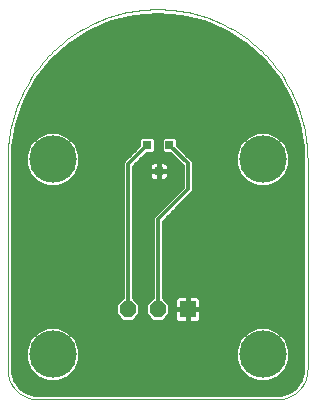
<source format=gtl>
G75*
%MOIN*%
%OFA0B0*%
%FSLAX25Y25*%
%IPPOS*%
%LPD*%
%AMOC8*
5,1,8,0,0,1.08239X$1,22.5*
%
%ADD10R,0.02992X0.02992*%
%ADD11OC8,0.05600*%
%ADD12R,0.05600X0.05600*%
%ADD13C,0.00000*%
%ADD14C,0.15811*%
%ADD15C,0.01600*%
%ADD16C,0.01200*%
D10*
X0057194Y0100069D03*
X0060737Y0108730D03*
X0053257Y0108730D03*
D11*
X0056800Y0054006D03*
X0046800Y0054006D03*
D12*
X0066800Y0054006D03*
D13*
X0096800Y0024006D02*
X0016800Y0024006D01*
X0016558Y0024009D01*
X0016317Y0024018D01*
X0016076Y0024032D01*
X0015835Y0024053D01*
X0015595Y0024079D01*
X0015355Y0024111D01*
X0015116Y0024149D01*
X0014879Y0024192D01*
X0014642Y0024242D01*
X0014407Y0024297D01*
X0014173Y0024357D01*
X0013941Y0024424D01*
X0013710Y0024495D01*
X0013481Y0024573D01*
X0013254Y0024656D01*
X0013029Y0024744D01*
X0012806Y0024838D01*
X0012586Y0024937D01*
X0012368Y0025042D01*
X0012153Y0025151D01*
X0011940Y0025266D01*
X0011730Y0025386D01*
X0011524Y0025511D01*
X0011320Y0025641D01*
X0011119Y0025776D01*
X0010922Y0025916D01*
X0010728Y0026060D01*
X0010538Y0026209D01*
X0010352Y0026363D01*
X0010169Y0026521D01*
X0009990Y0026683D01*
X0009815Y0026850D01*
X0009644Y0027021D01*
X0009477Y0027196D01*
X0009315Y0027375D01*
X0009157Y0027558D01*
X0009003Y0027744D01*
X0008854Y0027934D01*
X0008710Y0028128D01*
X0008570Y0028325D01*
X0008435Y0028526D01*
X0008305Y0028730D01*
X0008180Y0028936D01*
X0008060Y0029146D01*
X0007945Y0029359D01*
X0007836Y0029574D01*
X0007731Y0029792D01*
X0007632Y0030012D01*
X0007538Y0030235D01*
X0007450Y0030460D01*
X0007367Y0030687D01*
X0007289Y0030916D01*
X0007218Y0031147D01*
X0007151Y0031379D01*
X0007091Y0031613D01*
X0007036Y0031848D01*
X0006986Y0032085D01*
X0006943Y0032322D01*
X0006905Y0032561D01*
X0006873Y0032801D01*
X0006847Y0033041D01*
X0006826Y0033282D01*
X0006812Y0033523D01*
X0006803Y0033764D01*
X0006800Y0034006D01*
X0006800Y0104006D01*
X0006815Y0105224D01*
X0006859Y0106440D01*
X0006933Y0107656D01*
X0007037Y0108869D01*
X0007170Y0110079D01*
X0007333Y0111286D01*
X0007525Y0112488D01*
X0007746Y0113686D01*
X0007996Y0114878D01*
X0008275Y0116063D01*
X0008583Y0117241D01*
X0008920Y0118411D01*
X0009285Y0119573D01*
X0009678Y0120725D01*
X0010099Y0121868D01*
X0010548Y0122999D01*
X0011024Y0124120D01*
X0011528Y0125229D01*
X0012058Y0126325D01*
X0012615Y0127408D01*
X0013198Y0128477D01*
X0013806Y0129531D01*
X0014441Y0130571D01*
X0015100Y0131594D01*
X0015784Y0132602D01*
X0016493Y0133592D01*
X0017225Y0134565D01*
X0017981Y0135519D01*
X0018760Y0136455D01*
X0019561Y0137372D01*
X0020385Y0138269D01*
X0021230Y0139145D01*
X0022096Y0140001D01*
X0022983Y0140836D01*
X0023890Y0141648D01*
X0024816Y0142438D01*
X0025762Y0143206D01*
X0026725Y0143950D01*
X0027707Y0144670D01*
X0028706Y0145367D01*
X0029721Y0146039D01*
X0030753Y0146686D01*
X0031800Y0147307D01*
X0032862Y0147903D01*
X0033938Y0148473D01*
X0035027Y0149017D01*
X0036130Y0149533D01*
X0037245Y0150023D01*
X0038371Y0150486D01*
X0039508Y0150921D01*
X0040656Y0151328D01*
X0041813Y0151707D01*
X0042979Y0152058D01*
X0044153Y0152380D01*
X0045335Y0152674D01*
X0046524Y0152939D01*
X0047718Y0153174D01*
X0048918Y0153381D01*
X0050123Y0153558D01*
X0051331Y0153706D01*
X0052543Y0153824D01*
X0053758Y0153913D01*
X0054974Y0153973D01*
X0056191Y0154002D01*
X0057409Y0154002D01*
X0058626Y0153973D01*
X0059842Y0153913D01*
X0061057Y0153824D01*
X0062269Y0153706D01*
X0063477Y0153558D01*
X0064682Y0153381D01*
X0065882Y0153174D01*
X0067076Y0152939D01*
X0068265Y0152674D01*
X0069447Y0152380D01*
X0070621Y0152058D01*
X0071787Y0151707D01*
X0072944Y0151328D01*
X0074092Y0150921D01*
X0075229Y0150486D01*
X0076355Y0150023D01*
X0077470Y0149533D01*
X0078573Y0149017D01*
X0079662Y0148473D01*
X0080738Y0147903D01*
X0081800Y0147307D01*
X0082847Y0146686D01*
X0083879Y0146039D01*
X0084894Y0145367D01*
X0085893Y0144670D01*
X0086875Y0143950D01*
X0087838Y0143206D01*
X0088784Y0142438D01*
X0089710Y0141648D01*
X0090617Y0140836D01*
X0091504Y0140001D01*
X0092370Y0139145D01*
X0093215Y0138269D01*
X0094039Y0137372D01*
X0094840Y0136455D01*
X0095619Y0135519D01*
X0096375Y0134565D01*
X0097107Y0133592D01*
X0097816Y0132602D01*
X0098500Y0131594D01*
X0099159Y0130571D01*
X0099794Y0129531D01*
X0100402Y0128477D01*
X0100985Y0127408D01*
X0101542Y0126325D01*
X0102072Y0125229D01*
X0102576Y0124120D01*
X0103052Y0122999D01*
X0103501Y0121868D01*
X0103922Y0120725D01*
X0104315Y0119573D01*
X0104680Y0118411D01*
X0105017Y0117241D01*
X0105325Y0116063D01*
X0105604Y0114878D01*
X0105854Y0113686D01*
X0106075Y0112488D01*
X0106267Y0111286D01*
X0106430Y0110079D01*
X0106563Y0108869D01*
X0106667Y0107656D01*
X0106741Y0106440D01*
X0106785Y0105224D01*
X0106800Y0104006D01*
X0106800Y0034006D01*
X0106797Y0033764D01*
X0106788Y0033523D01*
X0106774Y0033282D01*
X0106753Y0033041D01*
X0106727Y0032801D01*
X0106695Y0032561D01*
X0106657Y0032322D01*
X0106614Y0032085D01*
X0106564Y0031848D01*
X0106509Y0031613D01*
X0106449Y0031379D01*
X0106382Y0031147D01*
X0106311Y0030916D01*
X0106233Y0030687D01*
X0106150Y0030460D01*
X0106062Y0030235D01*
X0105968Y0030012D01*
X0105869Y0029792D01*
X0105764Y0029574D01*
X0105655Y0029359D01*
X0105540Y0029146D01*
X0105420Y0028936D01*
X0105295Y0028730D01*
X0105165Y0028526D01*
X0105030Y0028325D01*
X0104890Y0028128D01*
X0104746Y0027934D01*
X0104597Y0027744D01*
X0104443Y0027558D01*
X0104285Y0027375D01*
X0104123Y0027196D01*
X0103956Y0027021D01*
X0103785Y0026850D01*
X0103610Y0026683D01*
X0103431Y0026521D01*
X0103248Y0026363D01*
X0103062Y0026209D01*
X0102872Y0026060D01*
X0102678Y0025916D01*
X0102481Y0025776D01*
X0102280Y0025641D01*
X0102076Y0025511D01*
X0101870Y0025386D01*
X0101660Y0025266D01*
X0101447Y0025151D01*
X0101232Y0025042D01*
X0101014Y0024937D01*
X0100794Y0024838D01*
X0100571Y0024744D01*
X0100346Y0024656D01*
X0100119Y0024573D01*
X0099890Y0024495D01*
X0099659Y0024424D01*
X0099427Y0024357D01*
X0099193Y0024297D01*
X0098958Y0024242D01*
X0098721Y0024192D01*
X0098484Y0024149D01*
X0098245Y0024111D01*
X0098005Y0024079D01*
X0097765Y0024053D01*
X0097524Y0024032D01*
X0097283Y0024018D01*
X0097042Y0024009D01*
X0096800Y0024006D01*
D14*
X0091800Y0039006D03*
X0091800Y0104006D03*
X0021800Y0104006D03*
X0021800Y0039006D03*
D15*
X0027953Y0031998D02*
X0085647Y0031998D01*
X0086529Y0031117D02*
X0089949Y0029700D01*
X0093651Y0029700D01*
X0097071Y0031117D01*
X0099689Y0033735D01*
X0101105Y0037155D01*
X0101105Y0040857D01*
X0099689Y0044277D01*
X0097071Y0046895D01*
X0093651Y0048311D01*
X0089949Y0048311D01*
X0086529Y0046895D01*
X0083911Y0044277D01*
X0082494Y0040857D01*
X0082494Y0037155D01*
X0083911Y0033735D01*
X0086529Y0031117D01*
X0088260Y0030400D02*
X0025340Y0030400D01*
X0023651Y0029700D02*
X0027071Y0031117D01*
X0029689Y0033735D01*
X0031105Y0037155D01*
X0031105Y0040857D01*
X0029689Y0044277D01*
X0027071Y0046895D01*
X0023651Y0048311D01*
X0019949Y0048311D01*
X0016529Y0046895D01*
X0013911Y0044277D01*
X0012494Y0040857D01*
X0012494Y0037155D01*
X0013911Y0033735D01*
X0016529Y0031117D01*
X0019949Y0029700D01*
X0023651Y0029700D01*
X0018260Y0030400D02*
X0009456Y0030400D01*
X0009494Y0030283D02*
X0008701Y0032723D01*
X0008600Y0034006D01*
X0008600Y0104006D01*
X0008765Y0107986D01*
X0010075Y0115838D01*
X0012660Y0123368D01*
X0016449Y0130369D01*
X0021338Y0136651D01*
X0027195Y0142042D01*
X0033859Y0146397D01*
X0041149Y0149594D01*
X0048867Y0151549D01*
X0056800Y0152206D01*
X0064733Y0151549D01*
X0072451Y0149594D01*
X0079741Y0146397D01*
X0086405Y0142042D01*
X0092262Y0136651D01*
X0097151Y0130369D01*
X0100940Y0123368D01*
X0103525Y0115838D01*
X0104835Y0107986D01*
X0105000Y0104006D01*
X0105000Y0034006D01*
X0104899Y0032723D01*
X0104106Y0030283D01*
X0102598Y0028208D01*
X0100523Y0026700D01*
X0098083Y0025907D01*
X0096800Y0025806D01*
X0016800Y0025806D01*
X0015517Y0025907D01*
X0013077Y0026700D01*
X0011002Y0028208D01*
X0009494Y0030283D01*
X0008936Y0031998D02*
X0015647Y0031998D01*
X0014049Y0033597D02*
X0008632Y0033597D01*
X0008600Y0035195D02*
X0013306Y0035195D01*
X0012644Y0036794D02*
X0008600Y0036794D01*
X0008600Y0038393D02*
X0012494Y0038393D01*
X0012494Y0039991D02*
X0008600Y0039991D01*
X0008600Y0041590D02*
X0012798Y0041590D01*
X0013460Y0043188D02*
X0008600Y0043188D01*
X0008600Y0044787D02*
X0014421Y0044787D01*
X0016019Y0046385D02*
X0008600Y0046385D01*
X0008600Y0047984D02*
X0019158Y0047984D01*
X0024442Y0047984D02*
X0089158Y0047984D01*
X0086019Y0046385D02*
X0027581Y0046385D01*
X0029179Y0044787D02*
X0084421Y0044787D01*
X0083460Y0043188D02*
X0030140Y0043188D01*
X0030802Y0041590D02*
X0082798Y0041590D01*
X0082494Y0039991D02*
X0031105Y0039991D01*
X0031105Y0038393D02*
X0082494Y0038393D01*
X0082644Y0036794D02*
X0030956Y0036794D01*
X0030294Y0035195D02*
X0083306Y0035195D01*
X0084049Y0033597D02*
X0029551Y0033597D01*
X0045060Y0049806D02*
X0042600Y0052266D01*
X0042600Y0055746D01*
X0044800Y0057946D01*
X0044800Y0103102D01*
X0045972Y0104274D01*
X0050361Y0108663D01*
X0050361Y0110806D01*
X0051181Y0111626D01*
X0055333Y0111626D01*
X0056153Y0110806D01*
X0056153Y0106654D01*
X0055333Y0105834D01*
X0053189Y0105834D01*
X0048800Y0101445D01*
X0048800Y0057946D01*
X0051000Y0055746D01*
X0051000Y0052266D01*
X0048540Y0049806D01*
X0045060Y0049806D01*
X0043686Y0051181D02*
X0008600Y0051181D01*
X0008600Y0052779D02*
X0042600Y0052779D01*
X0042600Y0054378D02*
X0008600Y0054378D01*
X0008600Y0055976D02*
X0042831Y0055976D01*
X0044429Y0057575D02*
X0008600Y0057575D01*
X0008600Y0059173D02*
X0044800Y0059173D01*
X0044800Y0060772D02*
X0008600Y0060772D01*
X0008600Y0062370D02*
X0044800Y0062370D01*
X0044800Y0063969D02*
X0008600Y0063969D01*
X0008600Y0065567D02*
X0044800Y0065567D01*
X0044800Y0067166D02*
X0008600Y0067166D01*
X0008600Y0068764D02*
X0044800Y0068764D01*
X0044800Y0070363D02*
X0008600Y0070363D01*
X0008600Y0071961D02*
X0044800Y0071961D01*
X0044800Y0073560D02*
X0008600Y0073560D01*
X0008600Y0075158D02*
X0044800Y0075158D01*
X0044800Y0076757D02*
X0008600Y0076757D01*
X0008600Y0078355D02*
X0044800Y0078355D01*
X0044800Y0079954D02*
X0008600Y0079954D01*
X0008600Y0081552D02*
X0044800Y0081552D01*
X0044800Y0083151D02*
X0008600Y0083151D01*
X0008600Y0084749D02*
X0044800Y0084749D01*
X0044800Y0086348D02*
X0008600Y0086348D01*
X0008600Y0087946D02*
X0044800Y0087946D01*
X0044800Y0089545D02*
X0008600Y0089545D01*
X0008600Y0091143D02*
X0044800Y0091143D01*
X0044800Y0092742D02*
X0008600Y0092742D01*
X0008600Y0094340D02*
X0044800Y0094340D01*
X0044800Y0095939D02*
X0026641Y0095939D01*
X0027071Y0096117D02*
X0029689Y0098735D01*
X0031105Y0102155D01*
X0031105Y0105857D01*
X0029689Y0109277D01*
X0027071Y0111895D01*
X0023651Y0113311D01*
X0019949Y0113311D01*
X0016529Y0111895D01*
X0013911Y0109277D01*
X0012494Y0105857D01*
X0012494Y0102155D01*
X0013911Y0098735D01*
X0016529Y0096117D01*
X0019949Y0094700D01*
X0023651Y0094700D01*
X0027071Y0096117D01*
X0028491Y0097537D02*
X0044800Y0097537D01*
X0044800Y0099136D02*
X0029855Y0099136D01*
X0030517Y0100734D02*
X0044800Y0100734D01*
X0044800Y0102333D02*
X0031105Y0102333D01*
X0031105Y0103931D02*
X0045629Y0103931D01*
X0047228Y0105530D02*
X0031105Y0105530D01*
X0030579Y0107128D02*
X0048826Y0107128D01*
X0050361Y0108727D02*
X0029917Y0108727D01*
X0028640Y0110326D02*
X0050361Y0110326D01*
X0052885Y0105530D02*
X0061109Y0105530D01*
X0060805Y0105834D02*
X0064800Y0101839D01*
X0064800Y0094834D01*
X0054800Y0084834D01*
X0054800Y0057946D01*
X0052600Y0055746D01*
X0052600Y0052266D01*
X0055060Y0049806D01*
X0058540Y0049806D01*
X0061000Y0052266D01*
X0061000Y0055746D01*
X0058800Y0057946D01*
X0058800Y0083177D01*
X0067628Y0092006D01*
X0068800Y0093177D01*
X0068800Y0103496D01*
X0063633Y0108663D01*
X0063633Y0110806D01*
X0062813Y0111626D01*
X0058661Y0111626D01*
X0057841Y0110806D01*
X0057841Y0106654D01*
X0058661Y0105834D01*
X0060805Y0105834D01*
X0059385Y0103242D02*
X0058927Y0103365D01*
X0057194Y0103365D01*
X0057194Y0100069D01*
X0060490Y0100069D01*
X0060490Y0101802D01*
X0060367Y0102260D01*
X0060130Y0102670D01*
X0059795Y0103005D01*
X0059385Y0103242D01*
X0060325Y0102333D02*
X0064306Y0102333D01*
X0064800Y0100734D02*
X0060490Y0100734D01*
X0060490Y0100069D02*
X0060490Y0098336D01*
X0060367Y0097878D01*
X0060130Y0097468D01*
X0059795Y0097132D01*
X0059385Y0096895D01*
X0058927Y0096773D01*
X0057194Y0096773D01*
X0057194Y0100069D01*
X0057194Y0100069D01*
X0060490Y0100069D01*
X0060490Y0099136D02*
X0064800Y0099136D01*
X0064800Y0097537D02*
X0060170Y0097537D01*
X0057194Y0097537D02*
X0057194Y0097537D01*
X0057194Y0096773D02*
X0057194Y0100069D01*
X0057194Y0100069D01*
X0057194Y0100069D01*
X0057194Y0103365D01*
X0055461Y0103365D01*
X0055003Y0103242D01*
X0054592Y0103005D01*
X0054257Y0102670D01*
X0054020Y0102260D01*
X0053898Y0101802D01*
X0053898Y0100069D01*
X0057194Y0100069D01*
X0057194Y0100069D01*
X0053898Y0100069D01*
X0053898Y0098336D01*
X0054020Y0097878D01*
X0054257Y0097468D01*
X0054592Y0097132D01*
X0055003Y0096895D01*
X0055461Y0096773D01*
X0057194Y0096773D01*
X0057194Y0099136D02*
X0057194Y0099136D01*
X0057194Y0100734D02*
X0057194Y0100734D01*
X0057194Y0102333D02*
X0057194Y0102333D01*
X0054063Y0102333D02*
X0049688Y0102333D01*
X0048800Y0100734D02*
X0053898Y0100734D01*
X0053898Y0099136D02*
X0048800Y0099136D01*
X0048800Y0097537D02*
X0054217Y0097537D01*
X0051286Y0103931D02*
X0062707Y0103931D01*
X0065167Y0107128D02*
X0083021Y0107128D01*
X0082494Y0105857D02*
X0082494Y0102155D01*
X0083911Y0098735D01*
X0086529Y0096117D01*
X0089949Y0094700D01*
X0093651Y0094700D01*
X0097071Y0096117D01*
X0099689Y0098735D01*
X0101105Y0102155D01*
X0101105Y0105857D01*
X0099689Y0109277D01*
X0097071Y0111895D01*
X0093651Y0113311D01*
X0089949Y0113311D01*
X0086529Y0111895D01*
X0083911Y0109277D01*
X0082494Y0105857D01*
X0082494Y0105530D02*
X0066766Y0105530D01*
X0068364Y0103931D02*
X0082494Y0103931D01*
X0082494Y0102333D02*
X0068800Y0102333D01*
X0068800Y0100734D02*
X0083083Y0100734D01*
X0083745Y0099136D02*
X0068800Y0099136D01*
X0068800Y0097537D02*
X0085109Y0097537D01*
X0086959Y0095939D02*
X0068800Y0095939D01*
X0068800Y0094340D02*
X0105000Y0094340D01*
X0105000Y0092742D02*
X0068364Y0092742D01*
X0066766Y0091143D02*
X0105000Y0091143D01*
X0105000Y0089545D02*
X0065167Y0089545D01*
X0063569Y0087946D02*
X0105000Y0087946D01*
X0105000Y0086348D02*
X0061970Y0086348D01*
X0060372Y0084749D02*
X0105000Y0084749D01*
X0105000Y0083151D02*
X0058800Y0083151D01*
X0058800Y0081552D02*
X0105000Y0081552D01*
X0105000Y0079954D02*
X0058800Y0079954D01*
X0058800Y0078355D02*
X0105000Y0078355D01*
X0105000Y0076757D02*
X0058800Y0076757D01*
X0058800Y0075158D02*
X0105000Y0075158D01*
X0105000Y0073560D02*
X0058800Y0073560D01*
X0058800Y0071961D02*
X0105000Y0071961D01*
X0105000Y0070363D02*
X0058800Y0070363D01*
X0058800Y0068764D02*
X0105000Y0068764D01*
X0105000Y0067166D02*
X0058800Y0067166D01*
X0058800Y0065567D02*
X0105000Y0065567D01*
X0105000Y0063969D02*
X0058800Y0063969D01*
X0058800Y0062370D02*
X0105000Y0062370D01*
X0105000Y0060772D02*
X0058800Y0060772D01*
X0058800Y0059173D02*
X0105000Y0059173D01*
X0105000Y0057575D02*
X0071235Y0057575D01*
X0071277Y0057501D02*
X0071040Y0057911D01*
X0070705Y0058246D01*
X0070295Y0058483D01*
X0069837Y0058606D01*
X0066800Y0058606D01*
X0066800Y0054006D01*
X0066800Y0054006D01*
X0066800Y0058606D01*
X0063763Y0058606D01*
X0063305Y0058483D01*
X0062895Y0058246D01*
X0062560Y0057911D01*
X0062323Y0057501D01*
X0062200Y0057043D01*
X0062200Y0054006D01*
X0066800Y0054006D01*
X0071400Y0054006D01*
X0071400Y0057043D01*
X0071277Y0057501D01*
X0071400Y0055976D02*
X0105000Y0055976D01*
X0105000Y0054378D02*
X0071400Y0054378D01*
X0071400Y0054006D02*
X0066800Y0054006D01*
X0066800Y0054006D01*
X0066800Y0054006D01*
X0062200Y0054006D01*
X0062200Y0050969D01*
X0062323Y0050511D01*
X0062560Y0050101D01*
X0062895Y0049766D01*
X0063305Y0049529D01*
X0063763Y0049406D01*
X0066800Y0049406D01*
X0069837Y0049406D01*
X0070295Y0049529D01*
X0070705Y0049766D01*
X0071040Y0050101D01*
X0071277Y0050511D01*
X0071400Y0050969D01*
X0071400Y0054006D01*
X0071400Y0052779D02*
X0105000Y0052779D01*
X0105000Y0051181D02*
X0071400Y0051181D01*
X0070387Y0049582D02*
X0105000Y0049582D01*
X0105000Y0047984D02*
X0094442Y0047984D01*
X0097581Y0046385D02*
X0105000Y0046385D01*
X0105000Y0044787D02*
X0099179Y0044787D01*
X0100140Y0043188D02*
X0105000Y0043188D01*
X0105000Y0041590D02*
X0100802Y0041590D01*
X0101105Y0039991D02*
X0105000Y0039991D01*
X0105000Y0038393D02*
X0101105Y0038393D01*
X0100956Y0036794D02*
X0105000Y0036794D01*
X0105000Y0035195D02*
X0100294Y0035195D01*
X0099551Y0033597D02*
X0104968Y0033597D01*
X0104664Y0031998D02*
X0097953Y0031998D01*
X0095340Y0030400D02*
X0104144Y0030400D01*
X0103030Y0028801D02*
X0010570Y0028801D01*
X0012385Y0027203D02*
X0101215Y0027203D01*
X0066800Y0049406D02*
X0066800Y0054006D01*
X0066800Y0054006D01*
X0066800Y0049406D01*
X0066800Y0049582D02*
X0066800Y0049582D01*
X0066800Y0051181D02*
X0066800Y0051181D01*
X0066800Y0052779D02*
X0066800Y0052779D01*
X0066800Y0054378D02*
X0066800Y0054378D01*
X0066800Y0055976D02*
X0066800Y0055976D01*
X0066800Y0057575D02*
X0066800Y0057575D01*
X0062365Y0057575D02*
X0059171Y0057575D01*
X0060769Y0055976D02*
X0062200Y0055976D01*
X0062200Y0054378D02*
X0061000Y0054378D01*
X0061000Y0052779D02*
X0062200Y0052779D01*
X0062200Y0051181D02*
X0059914Y0051181D01*
X0063213Y0049582D02*
X0008600Y0049582D01*
X0008600Y0095939D02*
X0016959Y0095939D01*
X0015109Y0097537D02*
X0008600Y0097537D01*
X0008600Y0099136D02*
X0013745Y0099136D01*
X0013083Y0100734D02*
X0008600Y0100734D01*
X0008600Y0102333D02*
X0012494Y0102333D01*
X0012494Y0103931D02*
X0008600Y0103931D01*
X0008663Y0105530D02*
X0012494Y0105530D01*
X0013021Y0107128D02*
X0008729Y0107128D01*
X0008888Y0108727D02*
X0013683Y0108727D01*
X0014960Y0110326D02*
X0009155Y0110326D01*
X0009422Y0111924D02*
X0016600Y0111924D01*
X0010377Y0116720D02*
X0103223Y0116720D01*
X0103645Y0115121D02*
X0009955Y0115121D01*
X0009688Y0113523D02*
X0103912Y0113523D01*
X0104178Y0111924D02*
X0097000Y0111924D01*
X0098640Y0110326D02*
X0104445Y0110326D01*
X0104712Y0108727D02*
X0099917Y0108727D01*
X0100579Y0107128D02*
X0104871Y0107128D01*
X0104937Y0105530D02*
X0101105Y0105530D01*
X0101105Y0103931D02*
X0105000Y0103931D01*
X0105000Y0102333D02*
X0101105Y0102333D01*
X0100517Y0100734D02*
X0105000Y0100734D01*
X0105000Y0099136D02*
X0099855Y0099136D01*
X0098491Y0097537D02*
X0105000Y0097537D01*
X0105000Y0095939D02*
X0096641Y0095939D01*
X0086600Y0111924D02*
X0027000Y0111924D01*
X0015117Y0127909D02*
X0098483Y0127909D01*
X0099348Y0126311D02*
X0014252Y0126311D01*
X0013387Y0124712D02*
X0100213Y0124712D01*
X0101027Y0123114D02*
X0012573Y0123114D01*
X0012024Y0121515D02*
X0101576Y0121515D01*
X0102125Y0119917D02*
X0011475Y0119917D01*
X0010926Y0118318D02*
X0102674Y0118318D01*
X0097617Y0129508D02*
X0015983Y0129508D01*
X0017022Y0131106D02*
X0096578Y0131106D01*
X0095333Y0132705D02*
X0018267Y0132705D01*
X0019511Y0134303D02*
X0094089Y0134303D01*
X0092845Y0135902D02*
X0020755Y0135902D01*
X0022261Y0137500D02*
X0091339Y0137500D01*
X0089603Y0139099D02*
X0023997Y0139099D01*
X0025734Y0140697D02*
X0087866Y0140697D01*
X0086017Y0142296D02*
X0027583Y0142296D01*
X0030029Y0143894D02*
X0083571Y0143894D01*
X0081124Y0145493D02*
X0032476Y0145493D01*
X0035443Y0147091D02*
X0078157Y0147091D01*
X0074513Y0148690D02*
X0039087Y0148690D01*
X0043890Y0150288D02*
X0069710Y0150288D01*
X0060651Y0151887D02*
X0052949Y0151887D01*
X0056153Y0110326D02*
X0057841Y0110326D01*
X0057841Y0108727D02*
X0056153Y0108727D01*
X0056153Y0107128D02*
X0057841Y0107128D01*
X0063633Y0108727D02*
X0083683Y0108727D01*
X0084960Y0110326D02*
X0063633Y0110326D01*
X0064800Y0095939D02*
X0048800Y0095939D01*
X0048800Y0094340D02*
X0064306Y0094340D01*
X0062708Y0092742D02*
X0048800Y0092742D01*
X0048800Y0091143D02*
X0061109Y0091143D01*
X0059511Y0089545D02*
X0048800Y0089545D01*
X0048800Y0087946D02*
X0057912Y0087946D01*
X0056314Y0086348D02*
X0048800Y0086348D01*
X0048800Y0084749D02*
X0054800Y0084749D01*
X0054800Y0083151D02*
X0048800Y0083151D01*
X0048800Y0081552D02*
X0054800Y0081552D01*
X0054800Y0079954D02*
X0048800Y0079954D01*
X0048800Y0078355D02*
X0054800Y0078355D01*
X0054800Y0076757D02*
X0048800Y0076757D01*
X0048800Y0075158D02*
X0054800Y0075158D01*
X0054800Y0073560D02*
X0048800Y0073560D01*
X0048800Y0071961D02*
X0054800Y0071961D01*
X0054800Y0070363D02*
X0048800Y0070363D01*
X0048800Y0068764D02*
X0054800Y0068764D01*
X0054800Y0067166D02*
X0048800Y0067166D01*
X0048800Y0065567D02*
X0054800Y0065567D01*
X0054800Y0063969D02*
X0048800Y0063969D01*
X0048800Y0062370D02*
X0054800Y0062370D01*
X0054800Y0060772D02*
X0048800Y0060772D01*
X0048800Y0059173D02*
X0054800Y0059173D01*
X0054429Y0057575D02*
X0049171Y0057575D01*
X0050769Y0055976D02*
X0052831Y0055976D01*
X0052600Y0054378D02*
X0051000Y0054378D01*
X0051000Y0052779D02*
X0052600Y0052779D01*
X0053686Y0051181D02*
X0049914Y0051181D01*
D16*
X0046800Y0054006D02*
X0046800Y0102274D01*
X0053257Y0108730D01*
X0060737Y0108730D02*
X0066800Y0102667D01*
X0066800Y0094006D01*
X0056800Y0084006D01*
X0056800Y0054006D01*
M02*

</source>
